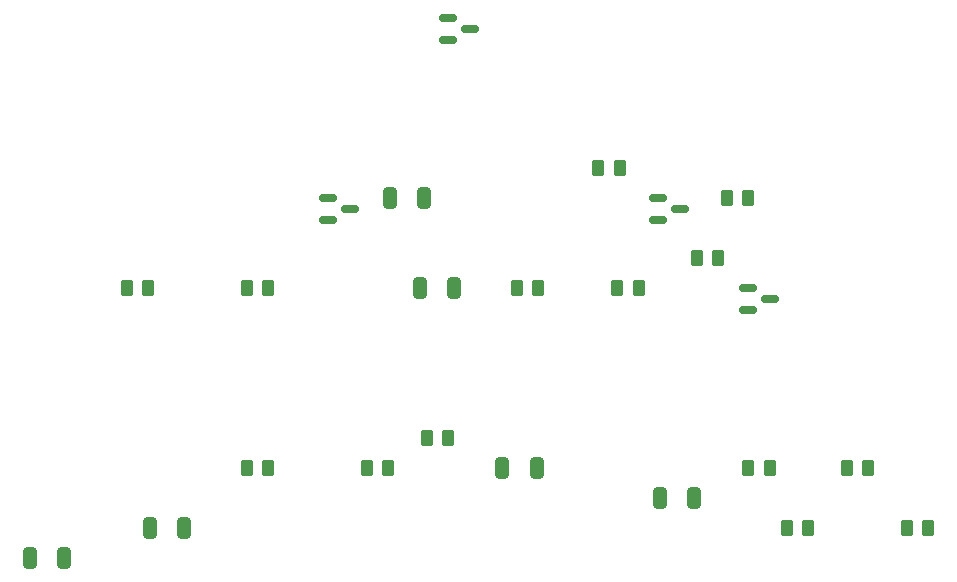
<source format=gbr>
%TF.GenerationSoftware,KiCad,Pcbnew,(7.0.0)*%
%TF.CreationDate,2024-03-24T23:30:49+02:00*%
%TF.ProjectId,Sensing Subsystem,53656e73-696e-4672-9053-756273797374,rev?*%
%TF.SameCoordinates,Original*%
%TF.FileFunction,Paste,Top*%
%TF.FilePolarity,Positive*%
%FSLAX46Y46*%
G04 Gerber Fmt 4.6, Leading zero omitted, Abs format (unit mm)*
G04 Created by KiCad (PCBNEW (7.0.0)) date 2024-03-24 23:30:49*
%MOMM*%
%LPD*%
G01*
G04 APERTURE LIST*
G04 Aperture macros list*
%AMRoundRect*
0 Rectangle with rounded corners*
0 $1 Rounding radius*
0 $2 $3 $4 $5 $6 $7 $8 $9 X,Y pos of 4 corners*
0 Add a 4 corners polygon primitive as box body*
4,1,4,$2,$3,$4,$5,$6,$7,$8,$9,$2,$3,0*
0 Add four circle primitives for the rounded corners*
1,1,$1+$1,$2,$3*
1,1,$1+$1,$4,$5*
1,1,$1+$1,$6,$7*
1,1,$1+$1,$8,$9*
0 Add four rect primitives between the rounded corners*
20,1,$1+$1,$2,$3,$4,$5,0*
20,1,$1+$1,$4,$5,$6,$7,0*
20,1,$1+$1,$6,$7,$8,$9,0*
20,1,$1+$1,$8,$9,$2,$3,0*%
G04 Aperture macros list end*
%ADD10RoundRect,0.250000X-0.325000X-0.650000X0.325000X-0.650000X0.325000X0.650000X-0.325000X0.650000X0*%
%ADD11RoundRect,0.250000X-0.262500X-0.450000X0.262500X-0.450000X0.262500X0.450000X-0.262500X0.450000X0*%
%ADD12RoundRect,0.150000X-0.587500X-0.150000X0.587500X-0.150000X0.587500X0.150000X-0.587500X0.150000X0*%
G04 APERTURE END LIST*
D10*
%TO.C,C8*%
X165215000Y-99060000D03*
X168165000Y-99060000D03*
%TD*%
%TO.C,C7*%
X162675000Y-91440000D03*
X165625000Y-91440000D03*
%TD*%
%TO.C,C4*%
X142355000Y-119380000D03*
X145305000Y-119380000D03*
%TD*%
%TO.C,C3*%
X132195000Y-121920000D03*
X135145000Y-121920000D03*
%TD*%
%TO.C,C2*%
X185535000Y-116840000D03*
X188485000Y-116840000D03*
%TD*%
%TO.C,C1*%
X172195000Y-114300000D03*
X175145000Y-114300000D03*
%TD*%
D11*
%TO.C,R7*%
X173435000Y-99060000D03*
X175260000Y-99060000D03*
%TD*%
%TO.C,R14*%
X165815000Y-111760000D03*
X167640000Y-111760000D03*
%TD*%
%TO.C,R9*%
X150575000Y-99060000D03*
X152400000Y-99060000D03*
%TD*%
%TO.C,R10*%
X160735000Y-114300000D03*
X162560000Y-114300000D03*
%TD*%
%TO.C,R1*%
X196295000Y-119380000D03*
X198120000Y-119380000D03*
%TD*%
%TO.C,R13*%
X193040000Y-114300000D03*
X194865000Y-114300000D03*
%TD*%
D12*
%TO.C,Q4*%
X157480000Y-91440000D03*
X157480000Y-93340000D03*
X159355000Y-92390000D03*
%TD*%
D11*
%TO.C,R5*%
X181967500Y-99060000D03*
X183792500Y-99060000D03*
%TD*%
D12*
%TO.C,Q3*%
X193040000Y-99060000D03*
X193040000Y-100960000D03*
X194915000Y-100010000D03*
%TD*%
%TO.C,Q2*%
X167640000Y-76200000D03*
X167640000Y-78100000D03*
X169515000Y-77150000D03*
%TD*%
D11*
%TO.C,R6*%
X188675000Y-96520000D03*
X190500000Y-96520000D03*
%TD*%
%TO.C,R12*%
X201375000Y-114300000D03*
X203200000Y-114300000D03*
%TD*%
%TO.C,R4*%
X140415000Y-99060000D03*
X142240000Y-99060000D03*
%TD*%
%TO.C,R3*%
X206455000Y-119380000D03*
X208280000Y-119380000D03*
%TD*%
%TO.C,R2*%
X180340000Y-88900000D03*
X182165000Y-88900000D03*
%TD*%
D12*
%TO.C,Q1*%
X185420000Y-91440000D03*
X185420000Y-93340000D03*
X187295000Y-92390000D03*
%TD*%
D11*
%TO.C,R11*%
X191215000Y-91440000D03*
X193040000Y-91440000D03*
%TD*%
%TO.C,R8*%
X150575000Y-114300000D03*
X152400000Y-114300000D03*
%TD*%
M02*

</source>
